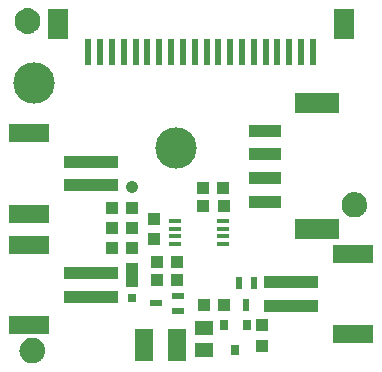
<source format=gts>
G75*
%MOIN*%
%OFA0B0*%
%FSLAX25Y25*%
%IPPOS*%
%LPD*%
%AMOC8*
5,1,8,0,0,1.08239X$1,22.5*
%
%ADD10C,0.13780*%
%ADD11C,0.00500*%
%ADD12R,0.18110X0.03937*%
%ADD13R,0.13386X0.06299*%
%ADD14R,0.02362X0.08661*%
%ADD15R,0.07087X0.10236*%
%ADD16R,0.10630X0.03937*%
%ADD17R,0.14961X0.07087*%
%ADD18R,0.04134X0.04252*%
%ADD19R,0.03150X0.03543*%
%ADD20R,0.02362X0.03937*%
%ADD21R,0.06299X0.10630*%
%ADD22R,0.03937X0.04331*%
%ADD23R,0.04252X0.04134*%
%ADD24R,0.04331X0.03937*%
%ADD25R,0.04331X0.07874*%
%ADD26R,0.03150X0.03150*%
%ADD27R,0.03937X0.01969*%
%ADD28R,0.05906X0.05118*%
%ADD29R,0.03937X0.01772*%
%ADD30C,0.04134*%
D10*
X0106388Y0115029D03*
X0059144Y0136683D03*
D11*
X0055405Y0045117D02*
X0055891Y0044632D01*
X0056453Y0044238D01*
X0057075Y0043948D01*
X0057738Y0043771D01*
X0058421Y0043711D01*
X0059105Y0043771D01*
X0059768Y0043948D01*
X0060390Y0044238D01*
X0060952Y0044632D01*
X0061437Y0045117D01*
X0061831Y0045679D01*
X0062121Y0046301D01*
X0062298Y0046964D01*
X0062358Y0047648D01*
X0062298Y0048332D01*
X0062121Y0048994D01*
X0061831Y0049616D01*
X0061437Y0050179D01*
X0060952Y0050664D01*
X0060390Y0051057D01*
X0059768Y0051347D01*
X0059105Y0051525D01*
X0058421Y0051585D01*
X0057738Y0051525D01*
X0057075Y0051347D01*
X0056453Y0051057D01*
X0055891Y0050664D01*
X0055405Y0050179D01*
X0055012Y0049616D01*
X0054722Y0048994D01*
X0054544Y0048332D01*
X0054484Y0047648D01*
X0054544Y0046964D01*
X0054722Y0046301D01*
X0055012Y0045679D01*
X0055405Y0045117D01*
X0055304Y0045262D02*
X0061539Y0045262D01*
X0061869Y0045761D02*
X0054974Y0045761D01*
X0054741Y0046259D02*
X0062101Y0046259D01*
X0062243Y0046758D02*
X0054599Y0046758D01*
X0054519Y0047256D02*
X0062324Y0047256D01*
X0062349Y0047755D02*
X0054494Y0047755D01*
X0054537Y0048253D02*
X0062305Y0048253D01*
X0062186Y0048752D02*
X0054657Y0048752D01*
X0054841Y0049250D02*
X0062002Y0049250D01*
X0061738Y0049749D02*
X0055104Y0049749D01*
X0055474Y0050247D02*
X0061369Y0050247D01*
X0060835Y0050746D02*
X0056008Y0050746D01*
X0056853Y0051244D02*
X0059989Y0051244D01*
X0061083Y0044764D02*
X0055759Y0044764D01*
X0056415Y0044265D02*
X0060428Y0044265D01*
X0059057Y0043767D02*
X0057786Y0043767D01*
X0056839Y0153557D02*
X0057522Y0153616D01*
X0058185Y0153794D01*
X0058807Y0154084D01*
X0059369Y0154478D01*
X0059855Y0154963D01*
X0060248Y0155525D01*
X0060538Y0156147D01*
X0060716Y0156810D01*
X0060776Y0157494D01*
X0060716Y0158177D01*
X0060538Y0158840D01*
X0060248Y0159462D01*
X0059855Y0160024D01*
X0059369Y0160509D01*
X0058807Y0160903D01*
X0058185Y0161193D01*
X0057522Y0161371D01*
X0056839Y0161431D01*
X0056155Y0161371D01*
X0055492Y0161193D01*
X0054870Y0160903D01*
X0054308Y0160509D01*
X0053823Y0160024D01*
X0053429Y0159462D01*
X0053139Y0158840D01*
X0052961Y0158177D01*
X0052902Y0157494D01*
X0052961Y0156810D01*
X0053139Y0156147D01*
X0053429Y0155525D01*
X0053823Y0154963D01*
X0054308Y0154478D01*
X0054870Y0154084D01*
X0055492Y0153794D01*
X0056155Y0153616D01*
X0056839Y0153557D01*
X0058493Y0153938D02*
X0055184Y0153938D01*
X0054367Y0154436D02*
X0059310Y0154436D01*
X0059826Y0154935D02*
X0053851Y0154935D01*
X0053493Y0155433D02*
X0060184Y0155433D01*
X0060438Y0155932D02*
X0053239Y0155932D01*
X0053063Y0156430D02*
X0060614Y0156430D01*
X0060726Y0156929D02*
X0052951Y0156929D01*
X0052907Y0157427D02*
X0060770Y0157427D01*
X0060738Y0157926D02*
X0052939Y0157926D01*
X0053028Y0158424D02*
X0060650Y0158424D01*
X0060500Y0158923D02*
X0053177Y0158923D01*
X0053410Y0159421D02*
X0060267Y0159421D01*
X0059928Y0159920D02*
X0053749Y0159920D01*
X0054217Y0160418D02*
X0059461Y0160418D01*
X0058778Y0160917D02*
X0054899Y0160917D01*
X0056663Y0161415D02*
X0057014Y0161415D01*
X0162371Y0098242D02*
X0162081Y0097620D01*
X0161903Y0096957D01*
X0161843Y0096273D01*
X0161903Y0095589D01*
X0162081Y0094927D01*
X0162371Y0094305D01*
X0162764Y0093742D01*
X0163250Y0093257D01*
X0163812Y0092864D01*
X0164434Y0092574D01*
X0165097Y0092396D01*
X0165780Y0092336D01*
X0166464Y0092396D01*
X0167127Y0092574D01*
X0167749Y0092864D01*
X0168311Y0093257D01*
X0168796Y0093742D01*
X0169190Y0094305D01*
X0169480Y0094927D01*
X0169658Y0095589D01*
X0169717Y0096273D01*
X0169658Y0096957D01*
X0169480Y0097620D01*
X0169190Y0098242D01*
X0168796Y0098804D01*
X0168311Y0099289D01*
X0167749Y0099683D01*
X0167127Y0099973D01*
X0166464Y0100150D01*
X0165780Y0100210D01*
X0165097Y0100150D01*
X0164434Y0099973D01*
X0163812Y0099683D01*
X0163250Y0099289D01*
X0162764Y0098804D01*
X0162371Y0098242D01*
X0162307Y0098104D02*
X0169254Y0098104D01*
X0169484Y0097606D02*
X0162077Y0097606D01*
X0161943Y0097107D02*
X0169617Y0097107D01*
X0169688Y0096609D02*
X0161873Y0096609D01*
X0161858Y0096110D02*
X0169703Y0096110D01*
X0169659Y0095612D02*
X0161901Y0095612D01*
X0162031Y0095113D02*
X0169530Y0095113D01*
X0169334Y0094615D02*
X0162226Y0094615D01*
X0162503Y0094116D02*
X0169058Y0094116D01*
X0168671Y0093618D02*
X0162889Y0093618D01*
X0163447Y0093119D02*
X0168114Y0093119D01*
X0167228Y0092621D02*
X0164333Y0092621D01*
X0162624Y0098603D02*
X0168937Y0098603D01*
X0168499Y0099101D02*
X0163062Y0099101D01*
X0163693Y0099600D02*
X0167867Y0099600D01*
X0166658Y0100098D02*
X0164903Y0100098D01*
D12*
X0144744Y0070366D03*
X0144744Y0062492D03*
X0077857Y0065500D03*
X0077857Y0073374D03*
X0077857Y0102700D03*
X0077857Y0110574D03*
D13*
X0057385Y0120023D03*
X0057385Y0093251D03*
X0057385Y0082823D03*
X0057385Y0056051D03*
X0165217Y0053043D03*
X0165217Y0079815D03*
D14*
X0151943Y0147137D03*
X0148006Y0147137D03*
X0144069Y0147137D03*
X0140131Y0147137D03*
X0136194Y0147137D03*
X0132257Y0147137D03*
X0128320Y0147137D03*
X0124383Y0147137D03*
X0120446Y0147137D03*
X0116509Y0147137D03*
X0112572Y0147137D03*
X0108635Y0147137D03*
X0104698Y0147137D03*
X0100761Y0147137D03*
X0096824Y0147137D03*
X0092887Y0147137D03*
X0088950Y0147137D03*
X0085013Y0147137D03*
X0081076Y0147137D03*
X0077139Y0147137D03*
D15*
X0066903Y0156586D03*
X0162179Y0156586D03*
D16*
X0135916Y0120935D03*
X0135916Y0113060D03*
X0135916Y0105186D03*
X0135916Y0097312D03*
D17*
X0153435Y0088060D03*
X0153435Y0130186D03*
D18*
X0122178Y0095952D03*
X0115288Y0095952D03*
D19*
X0122374Y0056221D03*
X0129854Y0056221D03*
X0126114Y0047953D03*
D20*
X0129740Y0062963D03*
X0127181Y0070049D03*
X0132299Y0070049D03*
D21*
X0106664Y0049512D03*
X0095640Y0049512D03*
D22*
X0100087Y0071089D03*
X0100087Y0077171D03*
X0106780Y0077171D03*
X0106780Y0071089D03*
X0115598Y0062677D03*
X0122291Y0062677D03*
X0091763Y0081692D03*
X0091763Y0088481D03*
X0091785Y0095279D03*
X0085092Y0095279D03*
X0085070Y0088481D03*
X0085070Y0081692D03*
X0115387Y0101689D03*
X0122080Y0101689D03*
D23*
X0135050Y0056016D03*
X0135050Y0049126D03*
D24*
X0099003Y0084764D03*
X0099003Y0091457D03*
D25*
X0091774Y0072694D03*
D26*
X0091774Y0065213D03*
D27*
X0099779Y0063437D03*
X0106865Y0065996D03*
X0106865Y0060878D03*
D28*
X0115733Y0055292D03*
X0115733Y0047812D03*
D29*
X0122004Y0083113D03*
X0122004Y0085672D03*
X0122004Y0088231D03*
X0122004Y0090790D03*
X0105862Y0090790D03*
X0105862Y0088231D03*
X0105862Y0085672D03*
X0105862Y0083113D03*
D30*
X0091733Y0102289D03*
M02*

</source>
